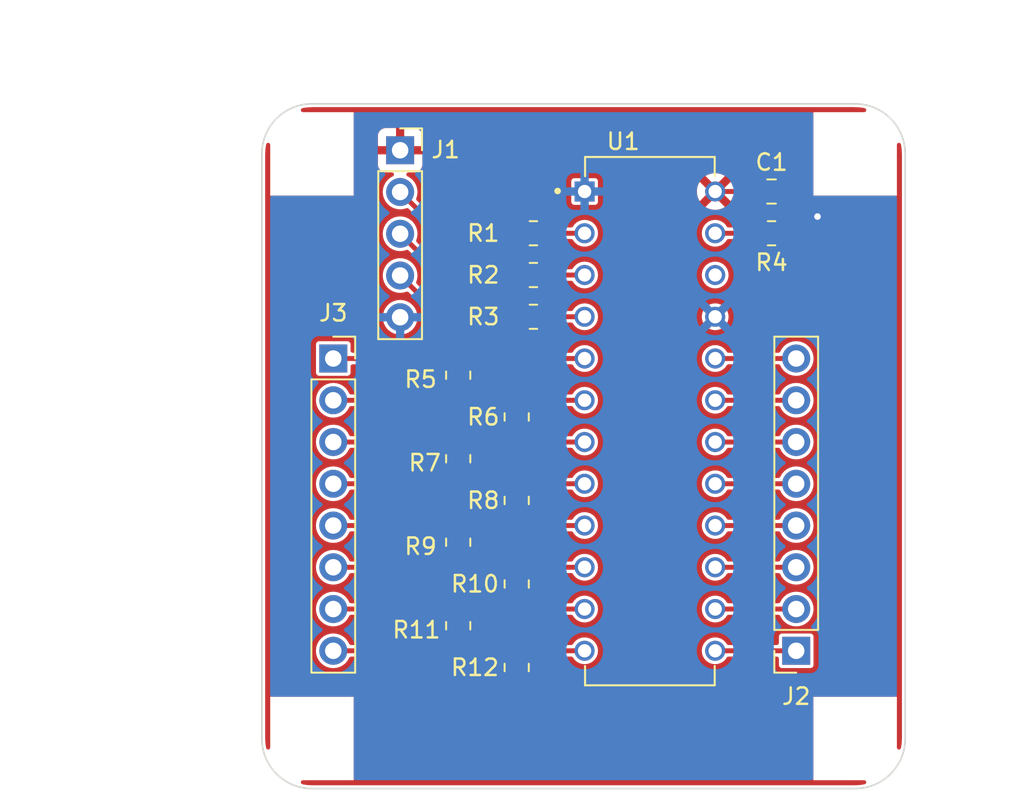
<source format=kicad_pcb>
(kicad_pcb (version 20211014) (generator pcbnew)
  (layers (0 "F.Cu" signal) (31 "B.Cu" signal) (34 "B.Paste" user) (35 "F.Paste" user) (36 "B.SilkS" user "B.Silkscreen") (37 "F.SilkS" user "F.Silkscreen") (38 "B.Mask" user) (39 "F.Mask" user) (44 "Edge.Cuts" user))
  (net 0 "")
  (net 1 "GND")
  (net 2 "VCC")
  (net 3 "Net-(J1-Pad2)")
  (net 4 "Net-(J1-Pad3)")
  (net 5 "Net-(J1-Pad4)")
  (net 6 "Net-(J2-Pad1)")
  (net 7 "Net-(J2-Pad2)")
  (net 8 "Net-(J2-Pad3)")
  (net 9 "Net-(J2-Pad4)")
  (net 10 "Net-(J2-Pad5)")
  (net 11 "Net-(J2-Pad6)")
  (net 12 "Net-(J2-Pad7)")
  (net 13 "Net-(J2-Pad8)")
  (net 14 "Net-(J3-Pad1)")
  (net 15 "Net-(J3-Pad2)")
  (net 16 "Net-(J3-Pad3)")
  (net 17 "Net-(J3-Pad4)")
  (net 18 "Net-(J3-Pad5)")
  (net 19 "Net-(J3-Pad6)")
  (net 20 "Net-(J3-Pad7)")
  (net 21 "Net-(J3-Pad8)")
  (net 22 "SCK")
  (net 23 "LATCH")
  (net 24 "MOSI")
  (net 25 "Net-(R4-Pad1)")
  (footprint "Connector_PinSocket_2.54mm:PinSocket_1x08_P2.54mm_Vertical" (layer "F.Cu") (at 148.819 98.806 180)
    (fp_text reference "J2" (at 0 -2.77) (layer "F.SilkS"))
    (fp_text value "Conn_01x08_Female")
    (fp_line (start -1.33 1.27) (end -1.33 19.11) (layer "F.SilkS") (width 0.12))
    (fp_line (start 1.33 -1.33) (end 1.33 0) (layer "F.SilkS") (width 0.12))
    (fp_line (start 1.33 1.27) (end 1.33 19.11) (layer "F.SilkS") (width 0.12))
    (fp_line (start -1.33 19.11) (end 1.33 19.11) (layer "F.SilkS") (width 0.12))
    (fp_line (start 0 -1.33) (end 1.33 -1.33) (layer "F.SilkS") (width 0.12))
    (fp_line (start -1.33 1.27) (end 1.33 1.27) (layer "F.SilkS") (width 0.12))
    (pad "1" thru_hole rect (at 0 0 180) (size 1.7 1.7) (drill 1) (layers *.Cu *.Mask) (net 6 "Net-(J2-Pad1)"))
    (pad "2" thru_hole oval (at 0 2.54 180) (size 1.7 1.7) (drill 1) (layers *.Cu *.Mask) (net 7 "Net-(J2-Pad2)"))
    (pad "3" thru_hole oval (at 0 5.08 180) (size 1.7 1.7) (drill 1) (layers *.Cu *.Mask) (net 8 "Net-(J2-Pad3)"))
    (pad "4" thru_hole oval (at 0 7.62 180) (size 1.7 1.7) (drill 1) (layers *.Cu *.Mask) (net 9 "Net-(J2-Pad4)"))
    (pad "5" thru_hole oval (at 0 10.16 180) (size 1.7 1.7) (drill 1) (layers *.Cu *.Mask) (net 10 "Net-(J2-Pad5)"))
    (pad "6" thru_hole oval (at 0 12.7 180) (size 1.7 1.7) (drill 1) (layers *.Cu *.Mask) (net 11 "Net-(J2-Pad6)"))
    (pad "7" thru_hole oval (at 0 15.24 180) (size 1.7 1.7) (drill 1) (layers *.Cu *.Mask) (net 12 "Net-(J2-Pad7)"))
    (pad "8" thru_hole oval (at 0 17.78 180) (size 1.7 1.7) (drill 1) (layers *.Cu *.Mask) (net 13 "Net-(J2-Pad8)"))
  )
  (footprint "Connector_PinSocket_2.54mm:PinSocket_1x05_P2.54mm_Vertical" (layer "F.Cu") (at 124.739 68.356)
    (fp_text reference "J1" (at 2.769 -0.03) (layer "F.SilkS"))
    (fp_text value "Conn_01x05_Female")
    (fp_line (start -1.33 11.49) (end 1.33 11.49) (layer "F.SilkS") (width 0.12))
    (fp_line (start -1.33 1.27) (end 1.33 1.27) (layer "F.SilkS") (width 0.12))
    (fp_line (start -1.33 1.27) (end -1.33 11.49) (layer "F.SilkS") (width 0.12))
    (fp_line (start 1.33 1.27) (end 1.33 11.49) (layer "F.SilkS") (width 0.12))
    (fp_line (start 1.33 -1.33) (end 1.33 0) (layer "F.SilkS") (width 0.12))
    (fp_line (start 0 -1.33) (end 1.33 -1.33) (layer "F.SilkS") (width 0.12))
    (pad "1" thru_hole rect (at 0 0) (size 1.7 1.7) (drill 1) (layers *.Cu *.Mask) (net 2 "VCC"))
    (pad "2" thru_hole oval (at 0 2.54) (size 1.7 1.7) (drill 1) (layers *.Cu *.Mask) (net 3 "Net-(J1-Pad2)"))
    (pad "3" thru_hole oval (at 0 5.08) (size 1.7 1.7) (drill 1) (layers *.Cu *.Mask) (net 4 "Net-(J1-Pad3)"))
    (pad "4" thru_hole oval (at 0 7.62) (size 1.7 1.7) (drill 1) (layers *.Cu *.Mask) (net 5 "Net-(J1-Pad4)"))
    (pad "5" thru_hole oval (at 0 10.16) (size 1.7 1.7) (drill 1) (layers *.Cu *.Mask) (net 1 "GND"))
  )
  (footprint "Resistor_SMD:R_0805_2012Metric_Pad1.20x1.40mm_HandSolder" (layer "F.Cu") (at 131.826 94.742 90)
    (fp_text reference "R10" (at 0 -2.54 180) (layer "F.SilkS"))
    (fp_text value "10")
    (fp_line (start -0.227064 0.735) (end 0.227064 0.735) (layer "F.SilkS") (width 0.12))
    (fp_line (start -0.227064 -0.735) (end 0.227064 -0.735) (layer "F.SilkS") (width 0.12))
    (pad "1" smd roundrect (at -1 0 90) (size 1.2 1.4) (layers "F.Cu" "F.Paste" "F.Mask") (roundrect_rratio 0.208333) (net 2 "VCC"))
    (pad "2" smd roundrect (at 1 0 90) (size 1.2 1.4) (layers "F.Cu" "F.Paste" "F.Mask") (roundrect_rratio 0.208333) (net 19 "Net-(J3-Pad6)"))
  )
  (footprint "MountingHole:MountingHole_2.2mm_M2" (layer "F.Cu") (at 152.4 104.14)
    (fp_text reference "H3")
    (fp_text value "MountingHole")
    (pad "" np_thru_hole circle (at 0 0) (size 2.2 2.2) (drill 2.2) (layers *.Cu *.Mask))
  )
  (footprint "Resistor_SMD:R_0805_2012Metric_Pad1.20x1.40mm_HandSolder" (layer "F.Cu") (at 147.32 73.406)
    (fp_text reference "R4" (at 0 1.778) (layer "F.SilkS"))
    (fp_text value "330")
    (fp_line (start -0.227064 0.735) (end 0.227064 0.735) (layer "F.SilkS") (width 0.12))
    (fp_line (start -0.227064 -0.735) (end 0.227064 -0.735) (layer "F.SilkS") (width 0.12))
    (pad "1" smd roundrect (at -1 0) (size 1.2 1.4) (layers "F.Cu" "F.Paste" "F.Mask") (roundrect_rratio 0.208333) (net 25 "Net-(R4-Pad1)"))
    (pad "2" smd roundrect (at 1 0) (size 1.2 1.4) (layers "F.Cu" "F.Paste" "F.Mask") (roundrect_rratio 0.208333) (net 1 "GND"))
  )
  (footprint "Connector_PinSocket_2.54mm:PinSocket_1x08_P2.54mm_Vertical" (layer "F.Cu") (at 120.675 81.026)
    (fp_text reference "J3" (at 0 -2.77) (layer "F.SilkS"))
    (fp_text value "Conn_01x08_Female")
    (fp_line (start -1.33 1.27) (end -1.33 19.11) (layer "F.SilkS") (width 0.12))
    (fp_line (start 0 -1.33) (end 1.33 -1.33) (layer "F.SilkS") (width 0.12))
    (fp_line (start -1.33 19.11) (end 1.33 19.11) (layer "F.SilkS") (width 0.12))
    (fp_line (start 1.33 1.27) (end 1.33 19.11) (layer "F.SilkS") (width 0.12))
    (fp_line (start -1.33 1.27) (end 1.33 1.27) (layer "F.SilkS") (width 0.12))
    (fp_line (start 1.33 -1.33) (end 1.33 0) (layer "F.SilkS") (width 0.12))
    (pad "1" thru_hole rect (at 0 0) (size 1.7 1.7) (drill 1) (layers *.Cu *.Mask) (net 14 "Net-(J3-Pad1)"))
    (pad "2" thru_hole oval (at 0 2.54) (size 1.7 1.7) (drill 1) (layers *.Cu *.Mask) (net 15 "Net-(J3-Pad2)"))
    (pad "3" thru_hole oval (at 0 5.08) (size 1.7 1.7) (drill 1) (layers *.Cu *.Mask) (net 16 "Net-(J3-Pad3)"))
    (pad "4" thru_hole oval (at 0 7.62) (size 1.7 1.7) (drill 1) (layers *.Cu *.Mask) (net 17 "Net-(J3-Pad4)"))
    (pad "5" thru_hole oval (at 0 10.16) (size 1.7 1.7) (drill 1) (layers *.Cu *.Mask) (net 18 "Net-(J3-Pad5)"))
    (pad "6" thru_hole oval (at 0 12.7) (size 1.7 1.7) (drill 1) (layers *.Cu *.Mask) (net 19 "Net-(J3-Pad6)"))
    (pad "7" thru_hole oval (at 0 15.24) (size 1.7 1.7) (drill 1) (layers *.Cu *.Mask) (net 20 "Net-(J3-Pad7)"))
    (pad "8" thru_hole oval (at 0 17.78) (size 1.7 1.7) (drill 1) (layers *.Cu *.Mask) (net 21 "Net-(J3-Pad8)"))
  )
  (footprint "Resistor_SMD:R_0805_2012Metric_Pad1.20x1.40mm_HandSolder" (layer "F.Cu") (at 128.27 97.282 90)
    (fp_text reference "R11" (at -0.254 -2.54 180) (layer "F.SilkS"))
    (fp_text value "10")
    (fp_line (start -0.227064 -0.735) (end 0.227064 -0.735) (layer "F.SilkS") (width 0.12))
    (fp_line (start -0.227064 0.735) (end 0.227064 0.735) (layer "F.SilkS") (width 0.12))
    (pad "1" smd roundrect (at -1 0 90) (size 1.2 1.4) (layers "F.Cu" "F.Paste" "F.Mask") (roundrect_rratio 0.208333) (net 2 "VCC"))
    (pad "2" smd roundrect (at 1 0 90) (size 1.2 1.4) (layers "F.Cu" "F.Paste" "F.Mask") (roundrect_rratio 0.208333) (net 20 "Net-(J3-Pad7)"))
  )
  (footprint "Resistor_SMD:R_0805_2012Metric_Pad1.20x1.40mm_HandSolder" (layer "F.Cu") (at 128.27 87.122 90)
    (fp_text reference "R7" (at -0.254 -2.032 180) (layer "F.SilkS"))
    (fp_text value "100")
    (fp_line (start -0.227064 -0.735) (end 0.227064 -0.735) (layer "F.SilkS") (width 0.12))
    (fp_line (start -0.227064 0.735) (end 0.227064 0.735) (layer "F.SilkS") (width 0.12))
    (pad "1" smd roundrect (at -1 0 90) (size 1.2 1.4) (layers "F.Cu" "F.Paste" "F.Mask") (roundrect_rratio 0.208333) (net 2 "VCC"))
    (pad "2" smd roundrect (at 1 0 90) (size 1.2 1.4) (layers "F.Cu" "F.Paste" "F.Mask") (roundrect_rratio 0.208333) (net 16 "Net-(J3-Pad3)"))
  )
  (footprint "Resistor_SMD:R_0805_2012Metric_Pad1.20x1.40mm_HandSolder" (layer "F.Cu") (at 128.27 92.202 90)
    (fp_text reference "R9" (at -0.254 -2.286 180) (layer "F.SilkS"))
    (fp_text value "10")
    (fp_line (start -0.227064 0.735) (end 0.227064 0.735) (layer "F.SilkS") (width 0.12))
    (fp_line (start -0.227064 -0.735) (end 0.227064 -0.735) (layer "F.SilkS") (width 0.12))
    (pad "1" smd roundrect (at -1 0 90) (size 1.2 1.4) (layers "F.Cu" "F.Paste" "F.Mask") (roundrect_rratio 0.208333) (net 2 "VCC"))
    (pad "2" smd roundrect (at 1 0 90) (size 1.2 1.4) (layers "F.Cu" "F.Paste" "F.Mask") (roundrect_rratio 0.208333) (net 18 "Net-(J3-Pad5)"))
  )
  (footprint "Resistor_SMD:R_0805_2012Metric_Pad1.20x1.40mm_HandSolder" (layer "F.Cu") (at 132.842 78.486)
    (fp_text reference "R3" (at -3.048 0) (layer "F.SilkS"))
    (fp_text value "10")
    (fp_line (start -0.227064 0.735) (end 0.227064 0.735) (layer "F.SilkS") (width 0.12))
    (fp_line (start -0.227064 -0.735) (end 0.227064 -0.735) (layer "F.SilkS") (width 0.12))
    (pad "1" smd roundrect (at -1 0) (size 1.2 1.4) (layers "F.Cu" "F.Paste" "F.Mask") (roundrect_rratio 0.208333) (net 5 "Net-(J1-Pad4)"))
    (pad "2" smd roundrect (at 1 0) (size 1.2 1.4) (layers "F.Cu" "F.Paste" "F.Mask") (roundrect_rratio 0.208333) (net 23 "LATCH"))
  )
  (footprint "Resistor_SMD:R_0805_2012Metric_Pad1.20x1.40mm_HandSolder" (layer "F.Cu") (at 132.842 75.946)
    (fp_text reference "R2" (at -3.048 0) (layer "F.SilkS"))
    (fp_text value "10")
    (fp_line (start -0.227064 -0.735) (end 0.227064 -0.735) (layer "F.SilkS") (width 0.12))
    (fp_line (start -0.227064 0.735) (end 0.227064 0.735) (layer "F.SilkS") (width 0.12))
    (pad "1" smd roundrect (at -1 0) (size 1.2 1.4) (layers "F.Cu" "F.Paste" "F.Mask") (roundrect_rratio 0.208333) (net 4 "Net-(J1-Pad3)"))
    (pad "2" smd roundrect (at 1 0) (size 1.2 1.4) (layers "F.Cu" "F.Paste" "F.Mask") (roundrect_rratio 0.208333) (net 22 "SCK"))
  )
  (footprint "KiCad:DIP794W47P254L3213H457Q24" (layer "F.Cu") (at 139.9235 84.836)
    (fp_text reference "U1" (at -1.625 -17.015) (layer "F.SilkS"))
    (fp_text value "MAX6971ANG_")
    (fp_line (start -3.94 -16.07) (end 3.94 -16.07) (layer "F.SilkS") (width 0.127))
    (fp_line (start 3.94 14.9) (end 3.94 16.07) (layer "F.SilkS") (width 0.127))
    (fp_line (start -3.94 -14.9) (end -3.94 -16.07) (layer "F.SilkS") (width 0.127))
    (fp_line (start 3.94 16.07) (end -3.94 16.07) (layer "F.SilkS") (width 0.127))
    (fp_line (start -3.94 16.07) (end -3.94 14.9) (layer "F.SilkS") (width 0.127))
    (fp_line (start 3.94 -16.07) (end 3.94 -14.9) (layer "F.SilkS") (width 0.127))
    (fp_circle (center -5.61 -14) (end -5.51 -14) (layer "F.SilkS") (width 0.2) (fill none))
    (pad "1" thru_hole rect locked (at -3.97 -13.97) (size 1.22 1.22) (drill 0.81) (layers *.Cu *.Mask) (net 1 "GND"))
    (pad "2" thru_hole circle locked (at -3.97 -11.43) (size 1.22 1.22) (drill 0.81) (layers *.Cu *.Mask) (net 24 "MOSI"))
    (pad "3" thru_hole circle locked (at -3.97 -8.89) (size 1.22 1.22) (drill 0.81) (layers *.Cu *.Mask) (net 22 "SCK"))
    (pad "4" thru_hole circle locked (at -3.97 -6.35) (size 1.22 1.22) (drill 0.81) (layers *.Cu *.Mask) (net 23 "LATCH"))
    (pad "5" thru_hole circle locked (at -3.97 -3.81) (size 1.22 1.22) (drill 0.81) (layers *.Cu *.Mask) (net 14 "Net-(J3-Pad1)"))
    (pad "6" thru_hole circle locked (at -3.97 -1.27) (size 1.22 1.22) (drill 0.81) (layers *.Cu *.Mask) (net 15 "Net-(J3-Pad2)"))
    (pad "7" thru_hole circle locked (at -3.97 1.27) (size 1.22 1.22) (drill 0.81) (layers *.Cu *.Mask) (net 16 "Net-(J3-Pad3)"))
    (pad "8" thru_hole circle locked (at -3.97 3.81) (size 1.22 1.22) (drill 0.81) (layers *.Cu *.Mask) (net 17 "Net-(J3-Pad4)"))
    (pad "9" thru_hole circle locked (at -3.97 6.35) (size 1.22 1.22) (drill 0.81) (layers *.Cu *.Mask) (net 18 "Net-(J3-Pad5)"))
    (pad "10" thru_hole circle locked (at -3.97 8.89) (size 1.22 1.22) (drill 0.81) (layers *.Cu *.Mask) (net 19 "Net-(J3-Pad6)"))
    (pad "11" thru_hole circle locked (at -3.97 11.43) (size 1.22 1.22) (drill 0.81) (layers *.Cu *.Mask) (net 20 "Net-(J3-Pad7)"))
    (pad "12" thru_hole circle locked (at -3.97 13.97) (size 1.22 1.22) (drill 0.81) (layers *.Cu *.Mask) (net 21 "Net-(J3-Pad8)"))
    (pad "13" thru_hole circle locked (at 3.97 13.97) (size 1.22 1.22) (drill 0.81) (layers *.Cu *.Mask) (net 6 "Net-(J2-Pad1)"))
    (pad "14" thru_hole circle locked (at 3.97 11.43) (size 1.22 1.22) (drill 0.81) (layers *.Cu *.Mask) (net 7 "Net-(J2-Pad2)"))
    (pad "15" thru_hole circle locked (at 3.97 8.89) (size 1.22 1.22) (drill 0.81) (layers *.Cu *.Mask) (net 8 "Net-(J2-Pad3)"))
    (pad "16" thru_hole circle locked (at 3.97 6.35) (size 1.22 1.22) (drill 0.81) (layers *.Cu *.Mask) (net 9 "Net-(J2-Pad4)"))
    (pad "17" thru_hole circle locked (at 3.97 3.81) (size 1.22 1.22) (drill 0.81) (layers *.Cu *.Mask) (net 10 "Net-(J2-Pad5)"))
    (pad "18" thru_hole circle locked (at 3.97 1.27) (size 1.22 1.22) (drill 0.81) (layers *.Cu *.Mask) (net 11 "Net-(J2-Pad6)"))
    (pad "19" thru_hole circle locked (at 3.97 -1.27) (size 1.22 1.22) (drill 0.81) (layers *.Cu *.Mask) (net 12 "Net-(J2-Pad7)"))
    (pad "20" thru_hole circle locked (at 3.97 -3.81) (size 1.22 1.22) (drill 0.81) (layers *.Cu *.Mask) (net 13 "Net-(J2-Pad8)"))
    (pad "21" thru_hole circle locked (at 3.97 -6.35) (size 1.22 1.22) (drill 0.81) (layers *.Cu *.Mask) (net 1 "GND"))
    (pad "22" thru_hole circle locked (at 3.97 -8.89) (size 1.22 1.22) (drill 0.81) (layers *.Cu *.Mask))
    (pad "23" thru_hole circle locked (at 3.97 -11.43) (size 1.22 1.22) (drill 0.81) (layers *.Cu *.Mask) (net 25 "Net-(R4-Pad1)"))
    (pad "24" thru_hole circle locked (at 3.97 -13.97) (size 1.22 1.22) (drill 0.81) (layers *.Cu *.Mask) (net 2 "VCC"))
  )
  (footprint "Resistor_SMD:R_0805_2012Metric_Pad1.20x1.40mm_HandSolder" (layer "F.Cu") (at 132.842 73.406)
    (fp_text reference "R1" (at -3.048 0) (layer "F.SilkS"))
    (fp_text value "10")
    (fp_line (start -0.227064 0.735) (end 0.227064 0.735) (layer "F.SilkS") (width 0.12))
    (fp_line (start -0.227064 -0.735) (end 0.227064 -0.735) (layer "F.SilkS") (width 0.12))
    (pad "1" smd roundrect (at -1 0) (size 1.2 1.4) (layers "F.Cu" "F.Paste" "F.Mask") (roundrect_rratio 0.208333) (net 3 "Net-(J1-Pad2)"))
    (pad "2" smd roundrect (at 1 0) (size 1.2 1.4) (layers "F.Cu" "F.Paste" "F.Mask") (roundrect_rratio 0.208333) (net 24 "MOSI"))
  )
  (footprint "Resistor_SMD:R_0805_2012Metric_Pad1.20x1.40mm_HandSolder" (layer "F.Cu") (at 131.826 84.582 90)
    (fp_text reference "R6" (at 0 -2.032 180) (layer "F.SilkS"))
    (fp_text value "100")
    (fp_line (start -0.227064 0.735) (end 0.227064 0.735) (layer "F.SilkS") (width 0.12))
    (fp_line (start -0.227064 -0.735) (end 0.227064 -0.735) (layer "F.SilkS") (width 0.12))
    (pad "1" smd roundrect (at -1 0 90) (size 1.2 1.4) (layers "F.Cu" "F.Paste" "F.Mask") (roundrect_rratio 0.208333) (net 2 "VCC"))
    (pad "2" smd roundrect (at 1 0 90) (size 1.2 1.4) (layers "F.Cu" "F.Paste" "F.Mask") (roundrect_rratio 0.208333) (net 15 "Net-(J3-Pad2)"))
  )
  (footprint "Resistor_SMD:R_0805_2012Metric_Pad1.20x1.40mm_HandSolder" (layer "F.Cu") (at 131.826 89.662 90)
    (fp_text reference "R8" (at 0 -2.032 180) (layer "F.SilkS"))
    (fp_text value "100")
    (fp_line (start -0.227064 -0.735) (end 0.227064 -0.735) (layer "F.SilkS") (width 0.12))
    (fp_line (start -0.227064 0.735) (end 0.227064 0.735) (layer "F.SilkS") (width 0.12))
    (pad "1" smd roundrect (at -1 0 90) (size 1.2 1.4) (layers "F.Cu" "F.Paste" "F.Mask") (roundrect_rratio 0.208333) (net 2 "VCC"))
    (pad "2" smd roundrect (at 1 0 90) (size 1.2 1.4) (layers "F.Cu" "F.Paste" "F.Mask") (roundrect_rratio 0.208333) (net 17 "Net-(J3-Pad4)"))
  )
  (footprint "Resistor_SMD:R_0805_2012Metric_Pad1.20x1.40mm_HandSolder" (layer "F.Cu") (at 128.27 82.042 90)
    (fp_text reference "R5" (at -0.254 -2.286 180) (layer "F.SilkS"))
    (fp_text value "100")
    (fp_line (start -0.227064 -0.735) (end 0.227064 -0.735) (layer "F.SilkS") (width 0.12))
    (fp_line (start -0.227064 0.735) (end 0.227064 0.735) (layer "F.SilkS") (width 0.12))
    (pad "1" smd roundrect (at -1 0 90) (size 1.2 1.4) (layers "F.Cu" "F.Paste" "F.Mask") (roundrect_rratio 0.208333) (net 2 "VCC"))
    (pad "2" smd roundrect (at 1 0 90) (size 1.2 1.4) (layers "F.Cu" "F.Paste" "F.Mask") (roundrect_rratio 0.208333) (net 14 "Net-(J3-Pad1)"))
  )
  (footprint "Capacitor_SMD:C_0805_2012Metric_Pad1.18x1.45mm_HandSolder" (layer "F.Cu") (at 147.32 70.866 180)
    (fp_text reference "C1" (at 0 1.778) (layer "F.SilkS"))
    (fp_text value "0.1uf")
    (fp_line (start -0.261252 0.735) (end 0.261252 0.735) (layer "F.SilkS") (width 0.12))
    (fp_line (start -0.261252 -0.735) (end 0.261252 -0.735) (layer "F.SilkS") (width 0.12))
    (pad "1" smd roundrect (at -1.0375 0 180) (size 1.175 1.45) (layers "F.Cu" "F.Paste" "F.Mask") (roundrect_rratio 0.212766) (net 1 "GND"))
    (pad "2" smd roundrect (at 1.0375 0 180) (size 1.175 1.45) (layers "F.Cu" "F.Paste" "F.Mask") (roundrect_rratio 0.212766) (net 2 "VCC"))
  )
  (footprint "MountingHole:MountingHole_2.2mm_M2" (layer "F.Cu") (at 119.38 68.58)
    (fp_text reference "H1")
    (fp_text value "MountingHole")
    (pad "" np_thru_hole circle (at 0 0) (size 2.2 2.2) (drill 2.2) (layers *.Cu *.Mask))
  )
  (footprint "MountingHole:MountingHole_2.2mm_M2" (layer "F.Cu") (at 152.4 68.58)
    (fp_text reference "H2")
    (fp_text value "MountingHole")
    (pad "" np_thru_hole circle (at 0 0) (size 2.2 2.2) (drill 2.2) (layers *.Cu *.Mask))
  )
  (footprint "MountingHole:MountingHole_2.2mm_M2" (layer "F.Cu") (at 119.38 104.14)
    (fp_text reference "H4")
    (fp_text value "MountingHole")
    (pad "" np_thru_hole circle (at 0 0) (size 2.2 2.2) (drill 2.2) (layers *.Cu *.Mask))
  )
  (footprint "Resistor_SMD:R_0805_2012Metric_Pad1.20x1.40mm_HandSolder" (layer "F.Cu") (at 131.826 99.822 90)
    (fp_text reference "R12" (at 0 -2.54 180) (layer "F.SilkS"))
    (fp_text value "10")
    (fp_line (start -0.227064 -0.735) (end 0.227064 -0.735) (layer "F.SilkS") (width 0.12))
    (fp_line (start -0.227064 0.735) (end 0.227064 0.735) (layer "F.SilkS") (width 0.12))
    (pad "1" smd roundrect (at -1 0 90) (size 1.2 1.4) (layers "F.Cu" "F.Paste" "F.Mask") (roundrect_rratio 0.208333) (net 2 "VCC"))
    (pad "2" smd roundrect (at 1 0 90) (size 1.2 1.4) (layers "F.Cu" "F.Paste" "F.Mask") (roundrect_rratio 0.208333) (net 21 "Net-(J3-Pad8)"))
  )
  (gr_arc (start 155.448 104.14) (mid 154.555261 106.295261) (end 152.4 107.188) (layer "Edge.Cuts") (width 0.1))
  (gr_arc (start 119.38 107.188) (mid 117.224739 106.295261) (end 116.332 104.14) (layer "Edge.Cuts") (width 0.1))
  (gr_arc (start 152.4 65.532) (mid 154.555261 66.424739) (end 155.448 68.58) (layer "Edge.Cuts") (width 0.1))
  (gr_line (start 155.448 68.58) (end 155.448 104.14) (layer "Edge.Cuts") (width 0.1))
  (gr_line (start 119.38 107.188) (end 152.4 107.188) (layer "Edge.Cuts") (width 0.1))
  (gr_line (start 116.332 68.58) (end 116.332 104.14) (layer "Edge.Cuts") (width 0.1))
  (gr_arc (start 116.332 68.58) (mid 117.224739 66.424739) (end 119.38 65.532) (layer "Edge.Cuts") (width 0.1))
  (gr_line (start 152.4 65.532) (end 119.38 65.532) (layer "Edge.Cuts") (width 0.1))
  (segment (start 148.59 70.866) (end 148.3575 70.866) (width 0.3) (layer "F.Cu") (net 1))
  (segment (start 148.32 73.406) (end 149.098 73.406) (width 0.3) (layer "F.Cu") (net 1))
  (segment (start 150.114 72.39) (end 148.59 70.866) (width 0.3) (layer "F.Cu") (net 1))
  (segment (start 149.098 73.406) (end 150.114 72.39) (width 0.3) (layer "F.Cu") (net 1))
  (via (at 150.114 72.39) (size 0.8) (drill 0.4) (layers "F.Cu" "B.Cu") (net 1))
  (segment (start 143.8935 70.866) (end 146.2825 70.866) (width 0.3) (layer "F.Cu") (net 2))
  (segment (start 131.842 73.406) (end 127.249 73.406) (width 0.3) (layer "F.Cu") (net 3))
  (segment (start 127.249 73.406) (end 124.739 70.896) (width 0.3) (layer "F.Cu") (net 3))
  (segment (start 131.842 75.946) (end 127.249 75.946) (width 0.3) (layer "F.Cu") (net 4))
  (segment (start 127.249 75.946) (end 124.739 73.436) (width 0.3) (layer "F.Cu") (net 4))
  (segment (start 127.249 78.486) (end 124.739 75.976) (width 0.3) (layer "F.Cu") (net 5))
  (segment (start 131.842 78.486) (end 127.249 78.486) (width 0.3) (layer "F.Cu") (net 5))
  (segment (start 143.8935 98.806) (end 148.819 98.806) (width 0.3) (layer "F.Cu") (net 6))
  (segment (start 143.8935 96.266) (end 148.819 96.266) (width 0.3) (layer "F.Cu") (net 7))
  (segment (start 143.8935 93.726) (end 148.819 93.726) (width 0.3) (layer "F.Cu") (net 8))
  (segment (start 143.8935 91.186) (end 148.819 91.186) (width 0.3) (layer "F.Cu") (net 9))
  (segment (start 143.8935 88.646) (end 148.819 88.646) (width 0.3) (layer "F.Cu") (net 10))
  (segment (start 143.8935 86.106) (end 148.819 86.106) (width 0.3) (layer "F.Cu") (net 11))
  (segment (start 143.8935 83.566) (end 148.819 83.566) (width 0.3) (layer "F.Cu") (net 12))
  (segment (start 143.8935 81.026) (end 148.819 81.026) (width 0.3) (layer "F.Cu") (net 13))
  (segment (start 128.286 81.026) (end 128.27 81.042) (width 0.3) (layer "F.Cu") (net 14))
  (segment (start 128.27 81.042) (end 128.254 81.026) (width 0.3) (layer "F.Cu") (net 14))
  (segment (start 128.254 81.026) (end 120.675 81.026) (width 0.3) (layer "F.Cu") (net 14))
  (segment (start 135.9535 81.026) (end 128.286 81.026) (width 0.3) (layer "F.Cu") (net 14))
  (segment (start 135.9535 83.566) (end 131.842 83.566) (width 0.3) (layer "F.Cu") (net 15))
  (segment (start 127 84.582) (end 125.984 83.566) (width 0.3) (layer "F.Cu") (net 15))
  (segment (start 125.984 83.566) (end 120.675 83.566) (width 0.3) (layer "F.Cu") (net 15))
  (segment (start 129.286 84.582) (end 127 84.582) (width 0.3) (layer "F.Cu") (net 15))
  (segment (start 131.826 83.582) (end 130.286 83.582) (width 0.3) (layer "F.Cu") (net 15))
  (segment (start 131.842 83.566) (end 131.826 83.582) (width 0.3) (layer "F.Cu") (net 15))
  (segment (start 130.286 83.582) (end 129.286 84.582) (width 0.3) (layer "F.Cu") (net 15))
  (segment (start 133.858 86.106) (end 132.842 87.122) (width 0.3) (layer "F.Cu") (net 16))
  (segment (start 128.27 86.122) (end 128.254 86.106) (width 0.3) (layer "F.Cu") (net 16))
  (segment (start 129.794 86.106) (end 128.286 86.106) (width 0.3) (layer "F.Cu") (net 16))
  (segment (start 128.254 86.106) (end 120.675 86.106) (width 0.3) (layer "F.Cu") (net 16))
  (segment (start 130.81 87.122) (end 129.794 86.106) (width 0.3) (layer "F.Cu") (net 16))
  (segment (start 135.9535 86.106) (end 133.858 86.106) (width 0.3) (layer "F.Cu") (net 16))
  (segment (start 132.842 87.122) (end 130.81 87.122) (width 0.3) (layer "F.Cu") (net 16))
  (segment (start 128.286 86.106) (end 128.27 86.122) (width 0.3) (layer "F.Cu") (net 16))
  (segment (start 126.238 88.646) (end 120.675 88.646) (width 0.3) (layer "F.Cu") (net 17))
  (segment (start 135.9535 88.646) (end 131.842 88.646) (width 0.3) (layer "F.Cu") (net 17))
  (segment (start 131.842 88.646) (end 131.826 88.662) (width 0.3) (layer "F.Cu") (net 17))
  (segment (start 130.286 88.662) (end 129.286 89.662) (width 0.3) (layer "F.Cu") (net 17))
  (segment (start 131.826 88.662) (end 130.286 88.662) (width 0.3) (layer "F.Cu") (net 17))
  (segment (start 127.254 89.662) (end 126.238 88.646) (width 0.3) (layer "F.Cu") (net 17))
  (segment (start 129.286 89.662) (end 127.254 89.662) (width 0.3) (layer "F.Cu") (net 17))
  (segment (start 128.254 91.186) (end 120.675 91.186) (width 0.3) (layer "F.Cu") (net 18))
  (segment (start 132.842 92.202) (end 130.81 92.202) (width 0.3) (layer "F.Cu") (net 18))
  (segment (start 128.286 91.186) (end 128.27 91.202) (width 0.3) (layer "F.Cu") (net 18))
  (segment (start 129.794 91.186) (end 128.286 91.186) (width 0.3) (layer "F.Cu") (net 18))
  (segment (start 133.858 91.186) (end 132.842 92.202) (width 0.3) (layer "F.Cu") (net 18))
  (segment (start 130.81 92.202) (end 129.794 91.186) (width 0.3) (layer "F.Cu") (net 18))
  (segment (start 135.9535 91.186) (end 133.858 91.186) (width 0.3) (layer "F.Cu") (net 18))
  (segment (start 128.27 91.202) (end 128.254 91.186) (width 0.3) (layer "F.Cu") (net 18))
  (segment (start 135.9535 93.726) (end 131.842 93.726) (width 0.3) (layer "F.Cu") (net 19))
  (segment (start 127.254 94.742) (end 126.238 93.726) (width 0.3) (layer "F.Cu") (net 19))
  (segment (start 130.286 93.742) (end 129.286 94.742) (width 0.3) (layer "F.Cu") (net 19))
  (segment (start 126.238 93.726) (end 120.675 93.726) (width 0.3) (layer "F.Cu") (net 19))
  (segment (start 129.286 94.742) (end 127.254 94.742) (width 0.3) (layer "F.Cu") (net 19))
  (segment (start 131.826 93.742) (end 130.286 93.742) (width 0.3) (layer "F.Cu") (net 19))
  (segment (start 131.842 93.726) (end 131.826 93.742) (width 0.3) (layer "F.Cu") (net 19))
  (segment (start 129.794 96.266) (end 128.286 96.266) (width 0.3) (layer "F.Cu") (net 20))
  (segment (start 128.286 96.266) (end 128.27 96.282) (width 0.3) (layer "F.Cu") (net 20))
  (segment (start 130.81 97.282) (end 129.794 96.266) (width 0.3) (layer "F.Cu") (net 20))
  (segment (start 132.842 97.282) (end 130.81 97.282) (width 0.3) (layer "F.Cu") (net 20))
  (segment (start 133.858 96.266) (end 132.842 97.282) (width 0.3) (layer "F.Cu") (net 20))
  (segment (start 135.9535 96.266) (end 133.858 96.266) (width 0.3) (layer "F.Cu") (net 20))
  (segment (start 128.286 96.266) (end 120.675 96.266) (width 0.3) (layer "F.Cu") (net 20))
  (segment (start 127.254 99.822) (end 126.238 98.806) (width 0.3) (layer "F.Cu") (net 21))
  (segment (start 131.842 98.806) (end 131.826 98.822) (width 0.3) (layer "F.Cu") (net 21))
  (segment (start 129.286 99.822) (end 127.254 99.822) (width 0.3) (layer "F.Cu") (net 21))
  (segment (start 129.286 99.822) (end 130.286 98.822) (width 0.3) (layer "F.Cu") (net 21))
  (segment (start 135.9535 98.806) (end 131.842 98.806) (width 0.3) (layer "F.Cu") (net 21))
  (segment (start 130.286 98.822) (end 131.826 98.822) (width 0.3) (layer "F.Cu") (net 21))
  (segment (start 126.238 98.806) (end 120.675 98.806) (width 0.3) (layer "F.Cu") (net 21))
  (segment (start 133.842 75.946) (end 135.9535 75.946) (width 0.3) (layer "F.Cu") (net 22))
  (segment (start 133.842 78.486) (end 135.9535 78.486) (width 0.3) (layer "F.Cu") (net 23))
  (segment (start 133.842 73.406) (end 135.9535 73.406) (width 0.3) (layer "F.Cu") (net 24))
  (segment (start 143.8935 73.406) (end 146.32 73.406) (width 0.3) (layer "F.Cu") (net 25))
  (zone (net 0) (net_name "") (layers F&B.Cu) (connect_pads (clearance 0)) (min_thickness 0.25)
    (keepout (tracks allowed) (vias allowed) (pads allowed) (copperpour not_allowed) (footprints allowed))
    (fill (thermal_gap 0.5) (thermal_bridge_width 0.5))
    (polygon (pts (xy 154.94 71.12) (xy 149.86 71.12) (xy 149.86 66.04) (xy 154.94 66.04)))
  )
  (zone (net 2) (net_name "VCC") (layer "F.Cu") (connect_pads (clearance 0.2)) (min_thickness 0.25) (fill yes (thermal_gap 0.5) (thermal_bridge_width 0.5))
    (polygon (pts (xy 155.448 107.188) (xy 116.332 107.188) (xy 116.332 65.532) (xy 155.448 65.532)))
  )
  (zone (net 0) (net_name "") (layers F&B.Cu) (connect_pads (clearance 0)) (min_thickness 0.25)
    (keepout (tracks allowed) (vias allowed) (pads allowed) (copperpour not_allowed) (footprints allowed))
    (fill (thermal_gap 0.5) (thermal_bridge_width 0.5))
    (polygon (pts (xy 121.92 71.12) (xy 116.84 71.12) (xy 116.84 66.04) (xy 121.92 66.04)))
  )
  (zone (net 0) (net_name "") (layers F&B.Cu) (connect_pads (clearance 0)) (min_thickness 0.25)
    (keepout (tracks allowed) (vias allowed) (pads allowed) (copperpour not_allowed) (footprints allowed))
    (fill (thermal_gap 0.5) (thermal_bridge_width 0.5))
    (polygon (pts (xy 121.92 106.68) (xy 116.84 106.68) (xy 116.84 101.6) (xy 121.92 101.6)))
  )
  (zone (net 0) (net_name "") (layers F&B.Cu) (connect_pads (clearance 0)) (min_thickness 0.25)
    (keepout (tracks allowed) (vias allowed) (pads allowed) (copperpour not_allowed) (footprints allowed))
    (fill (thermal_gap 0.5) (thermal_bridge_width 0.5))
    (polygon (pts (xy 154.94 106.68) (xy 149.86 106.68) (xy 149.86 101.6) (xy 154.94 101.6)))
  )
  (zone (net 1) (net_name "GND") (layer "B.Cu") (connect_pads (clearance 0.508)) (min_thickness 0.254) (fill yes (thermal_gap 0.508) (thermal_bridge_width 0.508))
    (polygon (pts (xy 155.448 107.188) (xy 116.332 107.188) (xy 116.332 65.532) (xy 155.448 65.532)))
  )
)
</source>
